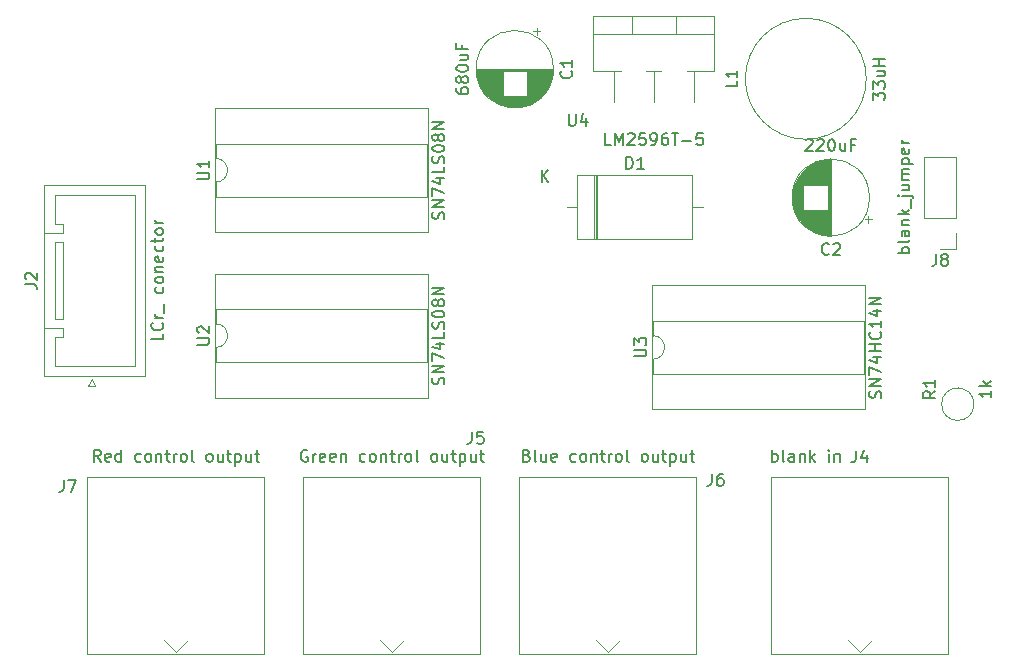
<source format=gbr>
G04 #@! TF.GenerationSoftware,KiCad,Pcbnew,(5.1.10)-1*
G04 #@! TF.CreationDate,2022-03-09T10:24:06+00:00*
G04 #@! TF.ProjectId,Lcr_addon,4c63725f-6164-4646-9f6e-2e6b69636164,rev?*
G04 #@! TF.SameCoordinates,Original*
G04 #@! TF.FileFunction,Legend,Top*
G04 #@! TF.FilePolarity,Positive*
%FSLAX46Y46*%
G04 Gerber Fmt 4.6, Leading zero omitted, Abs format (unit mm)*
G04 Created by KiCad (PCBNEW (5.1.10)-1) date 2022-03-09 10:24:06*
%MOMM*%
%LPD*%
G01*
G04 APERTURE LIST*
%ADD10C,0.120000*%
%ADD11C,0.150000*%
G04 APERTURE END LIST*
D10*
X81148000Y-53436759D02*
X80518000Y-53436759D01*
X80833000Y-53121759D02*
X80833000Y-53751759D01*
X79396000Y-59863000D02*
X78592000Y-59863000D01*
X79627000Y-59823000D02*
X78361000Y-59823000D01*
X79796000Y-59783000D02*
X78192000Y-59783000D01*
X79934000Y-59743000D02*
X78054000Y-59743000D01*
X80053000Y-59703000D02*
X77935000Y-59703000D01*
X80159000Y-59663000D02*
X77829000Y-59663000D01*
X80256000Y-59623000D02*
X77732000Y-59623000D01*
X80344000Y-59583000D02*
X77644000Y-59583000D01*
X80426000Y-59543000D02*
X77562000Y-59543000D01*
X80503000Y-59503000D02*
X77485000Y-59503000D01*
X80575000Y-59463000D02*
X77413000Y-59463000D01*
X80644000Y-59423000D02*
X77344000Y-59423000D01*
X80708000Y-59383000D02*
X77280000Y-59383000D01*
X80770000Y-59343000D02*
X77218000Y-59343000D01*
X80828000Y-59303000D02*
X77160000Y-59303000D01*
X80884000Y-59263000D02*
X77104000Y-59263000D01*
X80938000Y-59223000D02*
X77050000Y-59223000D01*
X80989000Y-59183000D02*
X76999000Y-59183000D01*
X81038000Y-59143000D02*
X76950000Y-59143000D01*
X81086000Y-59103000D02*
X76902000Y-59103000D01*
X81131000Y-59063000D02*
X76857000Y-59063000D01*
X81176000Y-59023000D02*
X76812000Y-59023000D01*
X81218000Y-58983000D02*
X76770000Y-58983000D01*
X81259000Y-58943000D02*
X76729000Y-58943000D01*
X77954000Y-58903000D02*
X76689000Y-58903000D01*
X81299000Y-58903000D02*
X80034000Y-58903000D01*
X77954000Y-58863000D02*
X76651000Y-58863000D01*
X81337000Y-58863000D02*
X80034000Y-58863000D01*
X77954000Y-58823000D02*
X76614000Y-58823000D01*
X81374000Y-58823000D02*
X80034000Y-58823000D01*
X77954000Y-58783000D02*
X76578000Y-58783000D01*
X81410000Y-58783000D02*
X80034000Y-58783000D01*
X77954000Y-58743000D02*
X76544000Y-58743000D01*
X81444000Y-58743000D02*
X80034000Y-58743000D01*
X77954000Y-58703000D02*
X76510000Y-58703000D01*
X81478000Y-58703000D02*
X80034000Y-58703000D01*
X77954000Y-58663000D02*
X76478000Y-58663000D01*
X81510000Y-58663000D02*
X80034000Y-58663000D01*
X77954000Y-58623000D02*
X76446000Y-58623000D01*
X81542000Y-58623000D02*
X80034000Y-58623000D01*
X77954000Y-58583000D02*
X76416000Y-58583000D01*
X81572000Y-58583000D02*
X80034000Y-58583000D01*
X77954000Y-58543000D02*
X76387000Y-58543000D01*
X81601000Y-58543000D02*
X80034000Y-58543000D01*
X77954000Y-58503000D02*
X76358000Y-58503000D01*
X81630000Y-58503000D02*
X80034000Y-58503000D01*
X77954000Y-58463000D02*
X76330000Y-58463000D01*
X81658000Y-58463000D02*
X80034000Y-58463000D01*
X77954000Y-58423000D02*
X76304000Y-58423000D01*
X81684000Y-58423000D02*
X80034000Y-58423000D01*
X77954000Y-58383000D02*
X76278000Y-58383000D01*
X81710000Y-58383000D02*
X80034000Y-58383000D01*
X77954000Y-58343000D02*
X76252000Y-58343000D01*
X81736000Y-58343000D02*
X80034000Y-58343000D01*
X77954000Y-58303000D02*
X76228000Y-58303000D01*
X81760000Y-58303000D02*
X80034000Y-58303000D01*
X77954000Y-58263000D02*
X76204000Y-58263000D01*
X81784000Y-58263000D02*
X80034000Y-58263000D01*
X77954000Y-58223000D02*
X76182000Y-58223000D01*
X81806000Y-58223000D02*
X80034000Y-58223000D01*
X77954000Y-58183000D02*
X76160000Y-58183000D01*
X81828000Y-58183000D02*
X80034000Y-58183000D01*
X77954000Y-58143000D02*
X76138000Y-58143000D01*
X81850000Y-58143000D02*
X80034000Y-58143000D01*
X77954000Y-58103000D02*
X76118000Y-58103000D01*
X81870000Y-58103000D02*
X80034000Y-58103000D01*
X77954000Y-58063000D02*
X76098000Y-58063000D01*
X81890000Y-58063000D02*
X80034000Y-58063000D01*
X77954000Y-58023000D02*
X76078000Y-58023000D01*
X81910000Y-58023000D02*
X80034000Y-58023000D01*
X77954000Y-57983000D02*
X76060000Y-57983000D01*
X81928000Y-57983000D02*
X80034000Y-57983000D01*
X77954000Y-57943000D02*
X76042000Y-57943000D01*
X81946000Y-57943000D02*
X80034000Y-57943000D01*
X77954000Y-57903000D02*
X76024000Y-57903000D01*
X81964000Y-57903000D02*
X80034000Y-57903000D01*
X77954000Y-57863000D02*
X76008000Y-57863000D01*
X81980000Y-57863000D02*
X80034000Y-57863000D01*
X77954000Y-57823000D02*
X75992000Y-57823000D01*
X81996000Y-57823000D02*
X80034000Y-57823000D01*
X77954000Y-57783000D02*
X75976000Y-57783000D01*
X82012000Y-57783000D02*
X80034000Y-57783000D01*
X77954000Y-57743000D02*
X75961000Y-57743000D01*
X82027000Y-57743000D02*
X80034000Y-57743000D01*
X77954000Y-57703000D02*
X75947000Y-57703000D01*
X82041000Y-57703000D02*
X80034000Y-57703000D01*
X77954000Y-57663000D02*
X75933000Y-57663000D01*
X82055000Y-57663000D02*
X80034000Y-57663000D01*
X77954000Y-57623000D02*
X75920000Y-57623000D01*
X82068000Y-57623000D02*
X80034000Y-57623000D01*
X77954000Y-57583000D02*
X75908000Y-57583000D01*
X82080000Y-57583000D02*
X80034000Y-57583000D01*
X77954000Y-57543000D02*
X75896000Y-57543000D01*
X82092000Y-57543000D02*
X80034000Y-57543000D01*
X77954000Y-57503000D02*
X75884000Y-57503000D01*
X82104000Y-57503000D02*
X80034000Y-57503000D01*
X77954000Y-57463000D02*
X75873000Y-57463000D01*
X82115000Y-57463000D02*
X80034000Y-57463000D01*
X77954000Y-57423000D02*
X75863000Y-57423000D01*
X82125000Y-57423000D02*
X80034000Y-57423000D01*
X77954000Y-57383000D02*
X75853000Y-57383000D01*
X82135000Y-57383000D02*
X80034000Y-57383000D01*
X77954000Y-57343000D02*
X75844000Y-57343000D01*
X82144000Y-57343000D02*
X80034000Y-57343000D01*
X77954000Y-57302000D02*
X75835000Y-57302000D01*
X82153000Y-57302000D02*
X80034000Y-57302000D01*
X77954000Y-57262000D02*
X75827000Y-57262000D01*
X82161000Y-57262000D02*
X80034000Y-57262000D01*
X77954000Y-57222000D02*
X75819000Y-57222000D01*
X82169000Y-57222000D02*
X80034000Y-57222000D01*
X77954000Y-57182000D02*
X75812000Y-57182000D01*
X82176000Y-57182000D02*
X80034000Y-57182000D01*
X77954000Y-57142000D02*
X75805000Y-57142000D01*
X82183000Y-57142000D02*
X80034000Y-57142000D01*
X77954000Y-57102000D02*
X75799000Y-57102000D01*
X82189000Y-57102000D02*
X80034000Y-57102000D01*
X77954000Y-57062000D02*
X75793000Y-57062000D01*
X82195000Y-57062000D02*
X80034000Y-57062000D01*
X77954000Y-57022000D02*
X75788000Y-57022000D01*
X82200000Y-57022000D02*
X80034000Y-57022000D01*
X77954000Y-56982000D02*
X75783000Y-56982000D01*
X82205000Y-56982000D02*
X80034000Y-56982000D01*
X77954000Y-56942000D02*
X75779000Y-56942000D01*
X82209000Y-56942000D02*
X80034000Y-56942000D01*
X77954000Y-56902000D02*
X75776000Y-56902000D01*
X82212000Y-56902000D02*
X80034000Y-56902000D01*
X77954000Y-56862000D02*
X75772000Y-56862000D01*
X82216000Y-56862000D02*
X80034000Y-56862000D01*
X82218000Y-56822000D02*
X75770000Y-56822000D01*
X82221000Y-56782000D02*
X75767000Y-56782000D01*
X82222000Y-56742000D02*
X75766000Y-56742000D01*
X82224000Y-56702000D02*
X75764000Y-56702000D01*
X82224000Y-56662000D02*
X75764000Y-56662000D01*
X82224000Y-56622000D02*
X75764000Y-56622000D01*
X82264000Y-56622000D02*
G75*
G03*
X82264000Y-56622000I-3270000J0D01*
G01*
X40030000Y-77768000D02*
X40780000Y-77768000D01*
X40780000Y-77768000D02*
X40780000Y-71268000D01*
X40780000Y-71268000D02*
X40030000Y-71268000D01*
X40030000Y-71268000D02*
X40030000Y-77768000D01*
X39170000Y-78518000D02*
X40780000Y-78518000D01*
X40780000Y-78518000D02*
X40780000Y-79268000D01*
X40780000Y-79268000D02*
X40030000Y-79268000D01*
X40030000Y-79268000D02*
X40030000Y-81768000D01*
X40030000Y-81768000D02*
X46830000Y-81768000D01*
X46830000Y-81768000D02*
X46830000Y-74518000D01*
X39170000Y-70518000D02*
X40780000Y-70518000D01*
X40780000Y-70518000D02*
X40780000Y-69768000D01*
X40780000Y-69768000D02*
X40030000Y-69768000D01*
X40030000Y-69768000D02*
X40030000Y-67268000D01*
X40030000Y-67268000D02*
X46830000Y-67268000D01*
X46830000Y-67268000D02*
X46830000Y-74518000D01*
X39170000Y-82628000D02*
X47690000Y-82628000D01*
X47690000Y-82628000D02*
X47690000Y-66408000D01*
X47690000Y-66408000D02*
X39170000Y-66408000D01*
X39170000Y-66408000D02*
X39170000Y-82628000D01*
X43180000Y-82828000D02*
X43480000Y-83428000D01*
X43480000Y-83428000D02*
X42880000Y-83428000D01*
X42880000Y-83428000D02*
X43180000Y-82828000D01*
X85655000Y-52132000D02*
X95896000Y-52132000D01*
X85655000Y-56773000D02*
X88011000Y-56773000D01*
X90141000Y-56773000D02*
X91411000Y-56773000D01*
X93541000Y-56773000D02*
X95896000Y-56773000D01*
X85655000Y-52132000D02*
X85655000Y-56773000D01*
X95896000Y-52132000D02*
X95896000Y-56773000D01*
X85655000Y-53641000D02*
X95896000Y-53641000D01*
X88926000Y-52132000D02*
X88926000Y-53641000D01*
X92626000Y-52132000D02*
X92626000Y-53641000D01*
X87376000Y-56773000D02*
X87376000Y-59403000D01*
X90776000Y-56773000D02*
X90776000Y-59387000D01*
X94176000Y-56773000D02*
X94176000Y-59387000D01*
X109020000Y-67500000D02*
G75*
G03*
X109020000Y-67500000I-3270000J0D01*
G01*
X105750000Y-70730000D02*
X105750000Y-64270000D01*
X105710000Y-70730000D02*
X105710000Y-64270000D01*
X105670000Y-70730000D02*
X105670000Y-64270000D01*
X105630000Y-70728000D02*
X105630000Y-64272000D01*
X105590000Y-70727000D02*
X105590000Y-64273000D01*
X105550000Y-70724000D02*
X105550000Y-64276000D01*
X105510000Y-70722000D02*
X105510000Y-68540000D01*
X105510000Y-66460000D02*
X105510000Y-64278000D01*
X105470000Y-70718000D02*
X105470000Y-68540000D01*
X105470000Y-66460000D02*
X105470000Y-64282000D01*
X105430000Y-70715000D02*
X105430000Y-68540000D01*
X105430000Y-66460000D02*
X105430000Y-64285000D01*
X105390000Y-70711000D02*
X105390000Y-68540000D01*
X105390000Y-66460000D02*
X105390000Y-64289000D01*
X105350000Y-70706000D02*
X105350000Y-68540000D01*
X105350000Y-66460000D02*
X105350000Y-64294000D01*
X105310000Y-70701000D02*
X105310000Y-68540000D01*
X105310000Y-66460000D02*
X105310000Y-64299000D01*
X105270000Y-70695000D02*
X105270000Y-68540000D01*
X105270000Y-66460000D02*
X105270000Y-64305000D01*
X105230000Y-70689000D02*
X105230000Y-68540000D01*
X105230000Y-66460000D02*
X105230000Y-64311000D01*
X105190000Y-70682000D02*
X105190000Y-68540000D01*
X105190000Y-66460000D02*
X105190000Y-64318000D01*
X105150000Y-70675000D02*
X105150000Y-68540000D01*
X105150000Y-66460000D02*
X105150000Y-64325000D01*
X105110000Y-70667000D02*
X105110000Y-68540000D01*
X105110000Y-66460000D02*
X105110000Y-64333000D01*
X105070000Y-70659000D02*
X105070000Y-68540000D01*
X105070000Y-66460000D02*
X105070000Y-64341000D01*
X105029000Y-70650000D02*
X105029000Y-68540000D01*
X105029000Y-66460000D02*
X105029000Y-64350000D01*
X104989000Y-70641000D02*
X104989000Y-68540000D01*
X104989000Y-66460000D02*
X104989000Y-64359000D01*
X104949000Y-70631000D02*
X104949000Y-68540000D01*
X104949000Y-66460000D02*
X104949000Y-64369000D01*
X104909000Y-70621000D02*
X104909000Y-68540000D01*
X104909000Y-66460000D02*
X104909000Y-64379000D01*
X104869000Y-70610000D02*
X104869000Y-68540000D01*
X104869000Y-66460000D02*
X104869000Y-64390000D01*
X104829000Y-70598000D02*
X104829000Y-68540000D01*
X104829000Y-66460000D02*
X104829000Y-64402000D01*
X104789000Y-70586000D02*
X104789000Y-68540000D01*
X104789000Y-66460000D02*
X104789000Y-64414000D01*
X104749000Y-70574000D02*
X104749000Y-68540000D01*
X104749000Y-66460000D02*
X104749000Y-64426000D01*
X104709000Y-70561000D02*
X104709000Y-68540000D01*
X104709000Y-66460000D02*
X104709000Y-64439000D01*
X104669000Y-70547000D02*
X104669000Y-68540000D01*
X104669000Y-66460000D02*
X104669000Y-64453000D01*
X104629000Y-70533000D02*
X104629000Y-68540000D01*
X104629000Y-66460000D02*
X104629000Y-64467000D01*
X104589000Y-70518000D02*
X104589000Y-68540000D01*
X104589000Y-66460000D02*
X104589000Y-64482000D01*
X104549000Y-70502000D02*
X104549000Y-68540000D01*
X104549000Y-66460000D02*
X104549000Y-64498000D01*
X104509000Y-70486000D02*
X104509000Y-68540000D01*
X104509000Y-66460000D02*
X104509000Y-64514000D01*
X104469000Y-70470000D02*
X104469000Y-68540000D01*
X104469000Y-66460000D02*
X104469000Y-64530000D01*
X104429000Y-70452000D02*
X104429000Y-68540000D01*
X104429000Y-66460000D02*
X104429000Y-64548000D01*
X104389000Y-70434000D02*
X104389000Y-68540000D01*
X104389000Y-66460000D02*
X104389000Y-64566000D01*
X104349000Y-70416000D02*
X104349000Y-68540000D01*
X104349000Y-66460000D02*
X104349000Y-64584000D01*
X104309000Y-70396000D02*
X104309000Y-68540000D01*
X104309000Y-66460000D02*
X104309000Y-64604000D01*
X104269000Y-70376000D02*
X104269000Y-68540000D01*
X104269000Y-66460000D02*
X104269000Y-64624000D01*
X104229000Y-70356000D02*
X104229000Y-68540000D01*
X104229000Y-66460000D02*
X104229000Y-64644000D01*
X104189000Y-70334000D02*
X104189000Y-68540000D01*
X104189000Y-66460000D02*
X104189000Y-64666000D01*
X104149000Y-70312000D02*
X104149000Y-68540000D01*
X104149000Y-66460000D02*
X104149000Y-64688000D01*
X104109000Y-70290000D02*
X104109000Y-68540000D01*
X104109000Y-66460000D02*
X104109000Y-64710000D01*
X104069000Y-70266000D02*
X104069000Y-68540000D01*
X104069000Y-66460000D02*
X104069000Y-64734000D01*
X104029000Y-70242000D02*
X104029000Y-68540000D01*
X104029000Y-66460000D02*
X104029000Y-64758000D01*
X103989000Y-70216000D02*
X103989000Y-68540000D01*
X103989000Y-66460000D02*
X103989000Y-64784000D01*
X103949000Y-70190000D02*
X103949000Y-68540000D01*
X103949000Y-66460000D02*
X103949000Y-64810000D01*
X103909000Y-70164000D02*
X103909000Y-68540000D01*
X103909000Y-66460000D02*
X103909000Y-64836000D01*
X103869000Y-70136000D02*
X103869000Y-68540000D01*
X103869000Y-66460000D02*
X103869000Y-64864000D01*
X103829000Y-70107000D02*
X103829000Y-68540000D01*
X103829000Y-66460000D02*
X103829000Y-64893000D01*
X103789000Y-70078000D02*
X103789000Y-68540000D01*
X103789000Y-66460000D02*
X103789000Y-64922000D01*
X103749000Y-70048000D02*
X103749000Y-68540000D01*
X103749000Y-66460000D02*
X103749000Y-64952000D01*
X103709000Y-70016000D02*
X103709000Y-68540000D01*
X103709000Y-66460000D02*
X103709000Y-64984000D01*
X103669000Y-69984000D02*
X103669000Y-68540000D01*
X103669000Y-66460000D02*
X103669000Y-65016000D01*
X103629000Y-69950000D02*
X103629000Y-68540000D01*
X103629000Y-66460000D02*
X103629000Y-65050000D01*
X103589000Y-69916000D02*
X103589000Y-68540000D01*
X103589000Y-66460000D02*
X103589000Y-65084000D01*
X103549000Y-69880000D02*
X103549000Y-68540000D01*
X103549000Y-66460000D02*
X103549000Y-65120000D01*
X103509000Y-69843000D02*
X103509000Y-68540000D01*
X103509000Y-66460000D02*
X103509000Y-65157000D01*
X103469000Y-69805000D02*
X103469000Y-68540000D01*
X103469000Y-66460000D02*
X103469000Y-65195000D01*
X103429000Y-69765000D02*
X103429000Y-65235000D01*
X103389000Y-69724000D02*
X103389000Y-65276000D01*
X103349000Y-69682000D02*
X103349000Y-65318000D01*
X103309000Y-69637000D02*
X103309000Y-65363000D01*
X103269000Y-69592000D02*
X103269000Y-65408000D01*
X103229000Y-69544000D02*
X103229000Y-65456000D01*
X103189000Y-69495000D02*
X103189000Y-65505000D01*
X103149000Y-69444000D02*
X103149000Y-65556000D01*
X103109000Y-69390000D02*
X103109000Y-65610000D01*
X103069000Y-69334000D02*
X103069000Y-65666000D01*
X103029000Y-69276000D02*
X103029000Y-65724000D01*
X102989000Y-69214000D02*
X102989000Y-65786000D01*
X102949000Y-69150000D02*
X102949000Y-65850000D01*
X102909000Y-69081000D02*
X102909000Y-65919000D01*
X102869000Y-69009000D02*
X102869000Y-65991000D01*
X102829000Y-68932000D02*
X102829000Y-66068000D01*
X102789000Y-68850000D02*
X102789000Y-66150000D01*
X102749000Y-68762000D02*
X102749000Y-66238000D01*
X102709000Y-68665000D02*
X102709000Y-66335000D01*
X102669000Y-68559000D02*
X102669000Y-66441000D01*
X102629000Y-68440000D02*
X102629000Y-66560000D01*
X102589000Y-68302000D02*
X102589000Y-66698000D01*
X102549000Y-68133000D02*
X102549000Y-66867000D01*
X102509000Y-67902000D02*
X102509000Y-67098000D01*
X109250241Y-69339000D02*
X108620241Y-69339000D01*
X108935241Y-69654000D02*
X108935241Y-69024000D01*
X84284000Y-65606000D02*
X84284000Y-71046000D01*
X84284000Y-71046000D02*
X94024000Y-71046000D01*
X94024000Y-71046000D02*
X94024000Y-65606000D01*
X94024000Y-65606000D02*
X84284000Y-65606000D01*
X83374000Y-68326000D02*
X84284000Y-68326000D01*
X94934000Y-68326000D02*
X94024000Y-68326000D01*
X85829000Y-65606000D02*
X85829000Y-71046000D01*
X85949000Y-65606000D02*
X85949000Y-71046000D01*
X85709000Y-65606000D02*
X85709000Y-71046000D01*
X108204000Y-105972000D02*
X107204000Y-104972000D01*
X108204000Y-105972000D02*
X109204000Y-104972000D01*
X115704000Y-91172000D02*
X115704000Y-106172000D01*
X100704000Y-91172000D02*
X115704000Y-91172000D01*
X100704000Y-106172000D02*
X100704000Y-91172000D01*
X115704000Y-106172000D02*
X100704000Y-106172000D01*
X68580000Y-105972000D02*
X67580000Y-104972000D01*
X68580000Y-105972000D02*
X69580000Y-104972000D01*
X76080000Y-91172000D02*
X76080000Y-106172000D01*
X61080000Y-91172000D02*
X76080000Y-91172000D01*
X61080000Y-106172000D02*
X61080000Y-91172000D01*
X76080000Y-106172000D02*
X61080000Y-106172000D01*
X94368000Y-106172000D02*
X79368000Y-106172000D01*
X79368000Y-106172000D02*
X79368000Y-91172000D01*
X79368000Y-91172000D02*
X94368000Y-91172000D01*
X94368000Y-91172000D02*
X94368000Y-106172000D01*
X86868000Y-105972000D02*
X87868000Y-104972000D01*
X86868000Y-105972000D02*
X85868000Y-104972000D01*
X57792000Y-106172000D02*
X42792000Y-106172000D01*
X42792000Y-106172000D02*
X42792000Y-91172000D01*
X42792000Y-91172000D02*
X57792000Y-91172000D01*
X57792000Y-91172000D02*
X57792000Y-106172000D01*
X50292000Y-105972000D02*
X51292000Y-104972000D01*
X50292000Y-105972000D02*
X49292000Y-104972000D01*
X108752000Y-57444000D02*
G75*
G03*
X108752000Y-57444000I-5120000J0D01*
G01*
X116330000Y-64090000D02*
X113670000Y-64090000D01*
X116330000Y-69230000D02*
X116330000Y-64090000D01*
X113670000Y-69230000D02*
X113670000Y-64090000D01*
X116330000Y-69230000D02*
X113670000Y-69230000D01*
X116330000Y-70500000D02*
X116330000Y-71830000D01*
X116330000Y-71830000D02*
X115000000Y-71830000D01*
X117870000Y-85000000D02*
G75*
G03*
X117870000Y-85000000I-1370000J0D01*
G01*
X116500000Y-83630000D02*
X116500000Y-83560000D01*
X53670000Y-66190000D02*
X53670000Y-67440000D01*
X53670000Y-67440000D02*
X71570000Y-67440000D01*
X71570000Y-67440000D02*
X71570000Y-62940000D01*
X71570000Y-62940000D02*
X53670000Y-62940000D01*
X53670000Y-62940000D02*
X53670000Y-64190000D01*
X53610000Y-70440000D02*
X71630000Y-70440000D01*
X71630000Y-70440000D02*
X71630000Y-59940000D01*
X71630000Y-59940000D02*
X53610000Y-59940000D01*
X53610000Y-59940000D02*
X53610000Y-70440000D01*
X53670000Y-64190000D02*
G75*
G02*
X53670000Y-66190000I0J-1000000D01*
G01*
X53610000Y-73940000D02*
X53610000Y-84440000D01*
X71630000Y-73940000D02*
X53610000Y-73940000D01*
X71630000Y-84440000D02*
X71630000Y-73940000D01*
X53610000Y-84440000D02*
X71630000Y-84440000D01*
X53670000Y-76940000D02*
X53670000Y-78190000D01*
X71570000Y-76940000D02*
X53670000Y-76940000D01*
X71570000Y-81440000D02*
X71570000Y-76940000D01*
X53670000Y-81440000D02*
X71570000Y-81440000D01*
X53670000Y-80190000D02*
X53670000Y-81440000D01*
X53670000Y-78190000D02*
G75*
G02*
X53670000Y-80190000I0J-1000000D01*
G01*
X90670000Y-81190000D02*
X90670000Y-82440000D01*
X90670000Y-82440000D02*
X108570000Y-82440000D01*
X108570000Y-82440000D02*
X108570000Y-77940000D01*
X108570000Y-77940000D02*
X90670000Y-77940000D01*
X90670000Y-77940000D02*
X90670000Y-79190000D01*
X90610000Y-85440000D02*
X108630000Y-85440000D01*
X108630000Y-85440000D02*
X108630000Y-74940000D01*
X108630000Y-74940000D02*
X90610000Y-74940000D01*
X90610000Y-74940000D02*
X90610000Y-85440000D01*
X90670000Y-79190000D02*
G75*
G02*
X90670000Y-81190000I0J-1000000D01*
G01*
D11*
X83751142Y-56788666D02*
X83798761Y-56836285D01*
X83846380Y-56979142D01*
X83846380Y-57074380D01*
X83798761Y-57217238D01*
X83703523Y-57312476D01*
X83608285Y-57360095D01*
X83417809Y-57407714D01*
X83274952Y-57407714D01*
X83084476Y-57360095D01*
X82989238Y-57312476D01*
X82894000Y-57217238D01*
X82846380Y-57074380D01*
X82846380Y-56979142D01*
X82894000Y-56836285D01*
X82941619Y-56788666D01*
X83846380Y-55836285D02*
X83846380Y-56407714D01*
X83846380Y-56122000D02*
X82846380Y-56122000D01*
X82989238Y-56217238D01*
X83084476Y-56312476D01*
X83132095Y-56407714D01*
X74046380Y-58264857D02*
X74046380Y-58455333D01*
X74094000Y-58550571D01*
X74141619Y-58598190D01*
X74284476Y-58693428D01*
X74474952Y-58741047D01*
X74855904Y-58741047D01*
X74951142Y-58693428D01*
X74998761Y-58645809D01*
X75046380Y-58550571D01*
X75046380Y-58360095D01*
X74998761Y-58264857D01*
X74951142Y-58217238D01*
X74855904Y-58169619D01*
X74617809Y-58169619D01*
X74522571Y-58217238D01*
X74474952Y-58264857D01*
X74427333Y-58360095D01*
X74427333Y-58550571D01*
X74474952Y-58645809D01*
X74522571Y-58693428D01*
X74617809Y-58741047D01*
X74474952Y-57598190D02*
X74427333Y-57693428D01*
X74379714Y-57741047D01*
X74284476Y-57788666D01*
X74236857Y-57788666D01*
X74141619Y-57741047D01*
X74094000Y-57693428D01*
X74046380Y-57598190D01*
X74046380Y-57407714D01*
X74094000Y-57312476D01*
X74141619Y-57264857D01*
X74236857Y-57217238D01*
X74284476Y-57217238D01*
X74379714Y-57264857D01*
X74427333Y-57312476D01*
X74474952Y-57407714D01*
X74474952Y-57598190D01*
X74522571Y-57693428D01*
X74570190Y-57741047D01*
X74665428Y-57788666D01*
X74855904Y-57788666D01*
X74951142Y-57741047D01*
X74998761Y-57693428D01*
X75046380Y-57598190D01*
X75046380Y-57407714D01*
X74998761Y-57312476D01*
X74951142Y-57264857D01*
X74855904Y-57217238D01*
X74665428Y-57217238D01*
X74570190Y-57264857D01*
X74522571Y-57312476D01*
X74474952Y-57407714D01*
X74046380Y-56598190D02*
X74046380Y-56502952D01*
X74094000Y-56407714D01*
X74141619Y-56360095D01*
X74236857Y-56312476D01*
X74427333Y-56264857D01*
X74665428Y-56264857D01*
X74855904Y-56312476D01*
X74951142Y-56360095D01*
X74998761Y-56407714D01*
X75046380Y-56502952D01*
X75046380Y-56598190D01*
X74998761Y-56693428D01*
X74951142Y-56741047D01*
X74855904Y-56788666D01*
X74665428Y-56836285D01*
X74427333Y-56836285D01*
X74236857Y-56788666D01*
X74141619Y-56741047D01*
X74094000Y-56693428D01*
X74046380Y-56598190D01*
X74379714Y-55407714D02*
X75046380Y-55407714D01*
X74379714Y-55836285D02*
X74903523Y-55836285D01*
X74998761Y-55788666D01*
X75046380Y-55693428D01*
X75046380Y-55550571D01*
X74998761Y-55455333D01*
X74951142Y-55407714D01*
X74522571Y-54598190D02*
X74522571Y-54931523D01*
X75046380Y-54931523D02*
X74046380Y-54931523D01*
X74046380Y-54455333D01*
X37532380Y-74851333D02*
X38246666Y-74851333D01*
X38389523Y-74898952D01*
X38484761Y-74994190D01*
X38532380Y-75137047D01*
X38532380Y-75232285D01*
X37627619Y-74422761D02*
X37580000Y-74375142D01*
X37532380Y-74279904D01*
X37532380Y-74041809D01*
X37580000Y-73946571D01*
X37627619Y-73898952D01*
X37722857Y-73851333D01*
X37818095Y-73851333D01*
X37960952Y-73898952D01*
X38532380Y-74470380D01*
X38532380Y-73851333D01*
X49232380Y-79018000D02*
X49232380Y-79494190D01*
X48232380Y-79494190D01*
X49137142Y-78113238D02*
X49184761Y-78160857D01*
X49232380Y-78303714D01*
X49232380Y-78398952D01*
X49184761Y-78541809D01*
X49089523Y-78637047D01*
X48994285Y-78684666D01*
X48803809Y-78732285D01*
X48660952Y-78732285D01*
X48470476Y-78684666D01*
X48375238Y-78637047D01*
X48280000Y-78541809D01*
X48232380Y-78398952D01*
X48232380Y-78303714D01*
X48280000Y-78160857D01*
X48327619Y-78113238D01*
X49232380Y-77684666D02*
X48565714Y-77684666D01*
X48756190Y-77684666D02*
X48660952Y-77637047D01*
X48613333Y-77589428D01*
X48565714Y-77494190D01*
X48565714Y-77398952D01*
X49327619Y-77303714D02*
X49327619Y-76541809D01*
X49184761Y-75113238D02*
X49232380Y-75208476D01*
X49232380Y-75398952D01*
X49184761Y-75494190D01*
X49137142Y-75541809D01*
X49041904Y-75589428D01*
X48756190Y-75589428D01*
X48660952Y-75541809D01*
X48613333Y-75494190D01*
X48565714Y-75398952D01*
X48565714Y-75208476D01*
X48613333Y-75113238D01*
X49232380Y-74541809D02*
X49184761Y-74637047D01*
X49137142Y-74684666D01*
X49041904Y-74732285D01*
X48756190Y-74732285D01*
X48660952Y-74684666D01*
X48613333Y-74637047D01*
X48565714Y-74541809D01*
X48565714Y-74398952D01*
X48613333Y-74303714D01*
X48660952Y-74256095D01*
X48756190Y-74208476D01*
X49041904Y-74208476D01*
X49137142Y-74256095D01*
X49184761Y-74303714D01*
X49232380Y-74398952D01*
X49232380Y-74541809D01*
X48565714Y-73779904D02*
X49232380Y-73779904D01*
X48660952Y-73779904D02*
X48613333Y-73732285D01*
X48565714Y-73637047D01*
X48565714Y-73494190D01*
X48613333Y-73398952D01*
X48708571Y-73351333D01*
X49232380Y-73351333D01*
X49184761Y-72494190D02*
X49232380Y-72589428D01*
X49232380Y-72779904D01*
X49184761Y-72875142D01*
X49089523Y-72922761D01*
X48708571Y-72922761D01*
X48613333Y-72875142D01*
X48565714Y-72779904D01*
X48565714Y-72589428D01*
X48613333Y-72494190D01*
X48708571Y-72446571D01*
X48803809Y-72446571D01*
X48899047Y-72922761D01*
X49184761Y-71589428D02*
X49232380Y-71684666D01*
X49232380Y-71875142D01*
X49184761Y-71970380D01*
X49137142Y-72018000D01*
X49041904Y-72065619D01*
X48756190Y-72065619D01*
X48660952Y-72018000D01*
X48613333Y-71970380D01*
X48565714Y-71875142D01*
X48565714Y-71684666D01*
X48613333Y-71589428D01*
X48565714Y-71303714D02*
X48565714Y-70922761D01*
X48232380Y-71160857D02*
X49089523Y-71160857D01*
X49184761Y-71113238D01*
X49232380Y-71018000D01*
X49232380Y-70922761D01*
X49232380Y-70446571D02*
X49184761Y-70541809D01*
X49137142Y-70589428D01*
X49041904Y-70637047D01*
X48756190Y-70637047D01*
X48660952Y-70589428D01*
X48613333Y-70541809D01*
X48565714Y-70446571D01*
X48565714Y-70303714D01*
X48613333Y-70208476D01*
X48660952Y-70160857D01*
X48756190Y-70113238D01*
X49041904Y-70113238D01*
X49137142Y-70160857D01*
X49184761Y-70208476D01*
X49232380Y-70303714D01*
X49232380Y-70446571D01*
X49232380Y-69684666D02*
X48565714Y-69684666D01*
X48756190Y-69684666D02*
X48660952Y-69637047D01*
X48613333Y-69589428D01*
X48565714Y-69494190D01*
X48565714Y-69398952D01*
X83566095Y-60412380D02*
X83566095Y-61221904D01*
X83613714Y-61317142D01*
X83661333Y-61364761D01*
X83756571Y-61412380D01*
X83947047Y-61412380D01*
X84042285Y-61364761D01*
X84089904Y-61317142D01*
X84137523Y-61221904D01*
X84137523Y-60412380D01*
X85042285Y-60745714D02*
X85042285Y-61412380D01*
X84804190Y-60364761D02*
X84566095Y-61079047D01*
X85185142Y-61079047D01*
X87133142Y-63054380D02*
X86656952Y-63054380D01*
X86656952Y-62054380D01*
X87466476Y-63054380D02*
X87466476Y-62054380D01*
X87799809Y-62768666D01*
X88133142Y-62054380D01*
X88133142Y-63054380D01*
X88561714Y-62149619D02*
X88609333Y-62102000D01*
X88704571Y-62054380D01*
X88942666Y-62054380D01*
X89037904Y-62102000D01*
X89085523Y-62149619D01*
X89133142Y-62244857D01*
X89133142Y-62340095D01*
X89085523Y-62482952D01*
X88514095Y-63054380D01*
X89133142Y-63054380D01*
X90037904Y-62054380D02*
X89561714Y-62054380D01*
X89514095Y-62530571D01*
X89561714Y-62482952D01*
X89656952Y-62435333D01*
X89895047Y-62435333D01*
X89990285Y-62482952D01*
X90037904Y-62530571D01*
X90085523Y-62625809D01*
X90085523Y-62863904D01*
X90037904Y-62959142D01*
X89990285Y-63006761D01*
X89895047Y-63054380D01*
X89656952Y-63054380D01*
X89561714Y-63006761D01*
X89514095Y-62959142D01*
X90561714Y-63054380D02*
X90752190Y-63054380D01*
X90847428Y-63006761D01*
X90895047Y-62959142D01*
X90990285Y-62816285D01*
X91037904Y-62625809D01*
X91037904Y-62244857D01*
X90990285Y-62149619D01*
X90942666Y-62102000D01*
X90847428Y-62054380D01*
X90656952Y-62054380D01*
X90561714Y-62102000D01*
X90514095Y-62149619D01*
X90466476Y-62244857D01*
X90466476Y-62482952D01*
X90514095Y-62578190D01*
X90561714Y-62625809D01*
X90656952Y-62673428D01*
X90847428Y-62673428D01*
X90942666Y-62625809D01*
X90990285Y-62578190D01*
X91037904Y-62482952D01*
X91895047Y-62054380D02*
X91704571Y-62054380D01*
X91609333Y-62102000D01*
X91561714Y-62149619D01*
X91466476Y-62292476D01*
X91418857Y-62482952D01*
X91418857Y-62863904D01*
X91466476Y-62959142D01*
X91514095Y-63006761D01*
X91609333Y-63054380D01*
X91799809Y-63054380D01*
X91895047Y-63006761D01*
X91942666Y-62959142D01*
X91990285Y-62863904D01*
X91990285Y-62625809D01*
X91942666Y-62530571D01*
X91895047Y-62482952D01*
X91799809Y-62435333D01*
X91609333Y-62435333D01*
X91514095Y-62482952D01*
X91466476Y-62530571D01*
X91418857Y-62625809D01*
X92276000Y-62054380D02*
X92847428Y-62054380D01*
X92561714Y-63054380D02*
X92561714Y-62054380D01*
X93180761Y-62673428D02*
X93942666Y-62673428D01*
X94895047Y-62054380D02*
X94418857Y-62054380D01*
X94371238Y-62530571D01*
X94418857Y-62482952D01*
X94514095Y-62435333D01*
X94752190Y-62435333D01*
X94847428Y-62482952D01*
X94895047Y-62530571D01*
X94942666Y-62625809D01*
X94942666Y-62863904D01*
X94895047Y-62959142D01*
X94847428Y-63006761D01*
X94752190Y-63054380D01*
X94514095Y-63054380D01*
X94418857Y-63006761D01*
X94371238Y-62959142D01*
X105583333Y-72257142D02*
X105535714Y-72304761D01*
X105392857Y-72352380D01*
X105297619Y-72352380D01*
X105154761Y-72304761D01*
X105059523Y-72209523D01*
X105011904Y-72114285D01*
X104964285Y-71923809D01*
X104964285Y-71780952D01*
X105011904Y-71590476D01*
X105059523Y-71495238D01*
X105154761Y-71400000D01*
X105297619Y-71352380D01*
X105392857Y-71352380D01*
X105535714Y-71400000D01*
X105583333Y-71447619D01*
X105964285Y-71447619D02*
X106011904Y-71400000D01*
X106107142Y-71352380D01*
X106345238Y-71352380D01*
X106440476Y-71400000D01*
X106488095Y-71447619D01*
X106535714Y-71542857D01*
X106535714Y-71638095D01*
X106488095Y-71780952D01*
X105916666Y-72352380D01*
X106535714Y-72352380D01*
X103630952Y-62647619D02*
X103678571Y-62600000D01*
X103773809Y-62552380D01*
X104011904Y-62552380D01*
X104107142Y-62600000D01*
X104154761Y-62647619D01*
X104202380Y-62742857D01*
X104202380Y-62838095D01*
X104154761Y-62980952D01*
X103583333Y-63552380D01*
X104202380Y-63552380D01*
X104583333Y-62647619D02*
X104630952Y-62600000D01*
X104726190Y-62552380D01*
X104964285Y-62552380D01*
X105059523Y-62600000D01*
X105107142Y-62647619D01*
X105154761Y-62742857D01*
X105154761Y-62838095D01*
X105107142Y-62980952D01*
X104535714Y-63552380D01*
X105154761Y-63552380D01*
X105773809Y-62552380D02*
X105869047Y-62552380D01*
X105964285Y-62600000D01*
X106011904Y-62647619D01*
X106059523Y-62742857D01*
X106107142Y-62933333D01*
X106107142Y-63171428D01*
X106059523Y-63361904D01*
X106011904Y-63457142D01*
X105964285Y-63504761D01*
X105869047Y-63552380D01*
X105773809Y-63552380D01*
X105678571Y-63504761D01*
X105630952Y-63457142D01*
X105583333Y-63361904D01*
X105535714Y-63171428D01*
X105535714Y-62933333D01*
X105583333Y-62742857D01*
X105630952Y-62647619D01*
X105678571Y-62600000D01*
X105773809Y-62552380D01*
X106964285Y-62885714D02*
X106964285Y-63552380D01*
X106535714Y-62885714D02*
X106535714Y-63409523D01*
X106583333Y-63504761D01*
X106678571Y-63552380D01*
X106821428Y-63552380D01*
X106916666Y-63504761D01*
X106964285Y-63457142D01*
X107773809Y-63028571D02*
X107440476Y-63028571D01*
X107440476Y-63552380D02*
X107440476Y-62552380D01*
X107916666Y-62552380D01*
X88415904Y-65058380D02*
X88415904Y-64058380D01*
X88654000Y-64058380D01*
X88796857Y-64106000D01*
X88892095Y-64201238D01*
X88939714Y-64296476D01*
X88987333Y-64486952D01*
X88987333Y-64629809D01*
X88939714Y-64820285D01*
X88892095Y-64915523D01*
X88796857Y-65010761D01*
X88654000Y-65058380D01*
X88415904Y-65058380D01*
X89939714Y-65058380D02*
X89368285Y-65058380D01*
X89654000Y-65058380D02*
X89654000Y-64058380D01*
X89558761Y-64201238D01*
X89463523Y-64296476D01*
X89368285Y-64344095D01*
X81272095Y-66178380D02*
X81272095Y-65178380D01*
X81843523Y-66178380D02*
X81414952Y-65606952D01*
X81843523Y-65178380D02*
X81272095Y-65749809D01*
X107870666Y-88924380D02*
X107870666Y-89638666D01*
X107823047Y-89781523D01*
X107727809Y-89876761D01*
X107584952Y-89924380D01*
X107489714Y-89924380D01*
X108775428Y-89257714D02*
X108775428Y-89924380D01*
X108537333Y-88876761D02*
X108299238Y-89591047D01*
X108918285Y-89591047D01*
X100774857Y-89860380D02*
X100774857Y-88860380D01*
X100774857Y-89241333D02*
X100870095Y-89193714D01*
X101060571Y-89193714D01*
X101155809Y-89241333D01*
X101203428Y-89288952D01*
X101251047Y-89384190D01*
X101251047Y-89669904D01*
X101203428Y-89765142D01*
X101155809Y-89812761D01*
X101060571Y-89860380D01*
X100870095Y-89860380D01*
X100774857Y-89812761D01*
X101822476Y-89860380D02*
X101727238Y-89812761D01*
X101679619Y-89717523D01*
X101679619Y-88860380D01*
X102632000Y-89860380D02*
X102632000Y-89336571D01*
X102584380Y-89241333D01*
X102489142Y-89193714D01*
X102298666Y-89193714D01*
X102203428Y-89241333D01*
X102632000Y-89812761D02*
X102536761Y-89860380D01*
X102298666Y-89860380D01*
X102203428Y-89812761D01*
X102155809Y-89717523D01*
X102155809Y-89622285D01*
X102203428Y-89527047D01*
X102298666Y-89479428D01*
X102536761Y-89479428D01*
X102632000Y-89431809D01*
X103108190Y-89193714D02*
X103108190Y-89860380D01*
X103108190Y-89288952D02*
X103155809Y-89241333D01*
X103251047Y-89193714D01*
X103393904Y-89193714D01*
X103489142Y-89241333D01*
X103536761Y-89336571D01*
X103536761Y-89860380D01*
X104012952Y-89860380D02*
X104012952Y-88860380D01*
X104108190Y-89479428D02*
X104393904Y-89860380D01*
X104393904Y-89193714D02*
X104012952Y-89574666D01*
X105584380Y-89860380D02*
X105584380Y-89193714D01*
X105584380Y-88860380D02*
X105536761Y-88908000D01*
X105584380Y-88955619D01*
X105632000Y-88908000D01*
X105584380Y-88860380D01*
X105584380Y-88955619D01*
X106060571Y-89193714D02*
X106060571Y-89860380D01*
X106060571Y-89288952D02*
X106108190Y-89241333D01*
X106203428Y-89193714D01*
X106346285Y-89193714D01*
X106441523Y-89241333D01*
X106489142Y-89336571D01*
X106489142Y-89860380D01*
X75358666Y-87336380D02*
X75358666Y-88050666D01*
X75311047Y-88193523D01*
X75215809Y-88288761D01*
X75072952Y-88336380D01*
X74977714Y-88336380D01*
X76311047Y-87336380D02*
X75834857Y-87336380D01*
X75787238Y-87812571D01*
X75834857Y-87764952D01*
X75930095Y-87717333D01*
X76168190Y-87717333D01*
X76263428Y-87764952D01*
X76311047Y-87812571D01*
X76358666Y-87907809D01*
X76358666Y-88145904D01*
X76311047Y-88241142D01*
X76263428Y-88288761D01*
X76168190Y-88336380D01*
X75930095Y-88336380D01*
X75834857Y-88288761D01*
X75787238Y-88241142D01*
X61437142Y-88908000D02*
X61341904Y-88860380D01*
X61199047Y-88860380D01*
X61056190Y-88908000D01*
X60960952Y-89003238D01*
X60913333Y-89098476D01*
X60865714Y-89288952D01*
X60865714Y-89431809D01*
X60913333Y-89622285D01*
X60960952Y-89717523D01*
X61056190Y-89812761D01*
X61199047Y-89860380D01*
X61294285Y-89860380D01*
X61437142Y-89812761D01*
X61484761Y-89765142D01*
X61484761Y-89431809D01*
X61294285Y-89431809D01*
X61913333Y-89860380D02*
X61913333Y-89193714D01*
X61913333Y-89384190D02*
X61960952Y-89288952D01*
X62008571Y-89241333D01*
X62103809Y-89193714D01*
X62199047Y-89193714D01*
X62913333Y-89812761D02*
X62818095Y-89860380D01*
X62627619Y-89860380D01*
X62532380Y-89812761D01*
X62484761Y-89717523D01*
X62484761Y-89336571D01*
X62532380Y-89241333D01*
X62627619Y-89193714D01*
X62818095Y-89193714D01*
X62913333Y-89241333D01*
X62960952Y-89336571D01*
X62960952Y-89431809D01*
X62484761Y-89527047D01*
X63770476Y-89812761D02*
X63675238Y-89860380D01*
X63484761Y-89860380D01*
X63389523Y-89812761D01*
X63341904Y-89717523D01*
X63341904Y-89336571D01*
X63389523Y-89241333D01*
X63484761Y-89193714D01*
X63675238Y-89193714D01*
X63770476Y-89241333D01*
X63818095Y-89336571D01*
X63818095Y-89431809D01*
X63341904Y-89527047D01*
X64246666Y-89193714D02*
X64246666Y-89860380D01*
X64246666Y-89288952D02*
X64294285Y-89241333D01*
X64389523Y-89193714D01*
X64532380Y-89193714D01*
X64627619Y-89241333D01*
X64675238Y-89336571D01*
X64675238Y-89860380D01*
X66341904Y-89812761D02*
X66246666Y-89860380D01*
X66056190Y-89860380D01*
X65960952Y-89812761D01*
X65913333Y-89765142D01*
X65865714Y-89669904D01*
X65865714Y-89384190D01*
X65913333Y-89288952D01*
X65960952Y-89241333D01*
X66056190Y-89193714D01*
X66246666Y-89193714D01*
X66341904Y-89241333D01*
X66913333Y-89860380D02*
X66818095Y-89812761D01*
X66770476Y-89765142D01*
X66722857Y-89669904D01*
X66722857Y-89384190D01*
X66770476Y-89288952D01*
X66818095Y-89241333D01*
X66913333Y-89193714D01*
X67056190Y-89193714D01*
X67151428Y-89241333D01*
X67199047Y-89288952D01*
X67246666Y-89384190D01*
X67246666Y-89669904D01*
X67199047Y-89765142D01*
X67151428Y-89812761D01*
X67056190Y-89860380D01*
X66913333Y-89860380D01*
X67675238Y-89193714D02*
X67675238Y-89860380D01*
X67675238Y-89288952D02*
X67722857Y-89241333D01*
X67818095Y-89193714D01*
X67960952Y-89193714D01*
X68056190Y-89241333D01*
X68103809Y-89336571D01*
X68103809Y-89860380D01*
X68437142Y-89193714D02*
X68818095Y-89193714D01*
X68580000Y-88860380D02*
X68580000Y-89717523D01*
X68627619Y-89812761D01*
X68722857Y-89860380D01*
X68818095Y-89860380D01*
X69151428Y-89860380D02*
X69151428Y-89193714D01*
X69151428Y-89384190D02*
X69199047Y-89288952D01*
X69246666Y-89241333D01*
X69341904Y-89193714D01*
X69437142Y-89193714D01*
X69913333Y-89860380D02*
X69818095Y-89812761D01*
X69770476Y-89765142D01*
X69722857Y-89669904D01*
X69722857Y-89384190D01*
X69770476Y-89288952D01*
X69818095Y-89241333D01*
X69913333Y-89193714D01*
X70056190Y-89193714D01*
X70151428Y-89241333D01*
X70199047Y-89288952D01*
X70246666Y-89384190D01*
X70246666Y-89669904D01*
X70199047Y-89765142D01*
X70151428Y-89812761D01*
X70056190Y-89860380D01*
X69913333Y-89860380D01*
X70818095Y-89860380D02*
X70722857Y-89812761D01*
X70675238Y-89717523D01*
X70675238Y-88860380D01*
X72103809Y-89860380D02*
X72008571Y-89812761D01*
X71960952Y-89765142D01*
X71913333Y-89669904D01*
X71913333Y-89384190D01*
X71960952Y-89288952D01*
X72008571Y-89241333D01*
X72103809Y-89193714D01*
X72246666Y-89193714D01*
X72341904Y-89241333D01*
X72389523Y-89288952D01*
X72437142Y-89384190D01*
X72437142Y-89669904D01*
X72389523Y-89765142D01*
X72341904Y-89812761D01*
X72246666Y-89860380D01*
X72103809Y-89860380D01*
X73294285Y-89193714D02*
X73294285Y-89860380D01*
X72865714Y-89193714D02*
X72865714Y-89717523D01*
X72913333Y-89812761D01*
X73008571Y-89860380D01*
X73151428Y-89860380D01*
X73246666Y-89812761D01*
X73294285Y-89765142D01*
X73627619Y-89193714D02*
X74008571Y-89193714D01*
X73770476Y-88860380D02*
X73770476Y-89717523D01*
X73818095Y-89812761D01*
X73913333Y-89860380D01*
X74008571Y-89860380D01*
X74341904Y-89193714D02*
X74341904Y-90193714D01*
X74341904Y-89241333D02*
X74437142Y-89193714D01*
X74627619Y-89193714D01*
X74722857Y-89241333D01*
X74770476Y-89288952D01*
X74818095Y-89384190D01*
X74818095Y-89669904D01*
X74770476Y-89765142D01*
X74722857Y-89812761D01*
X74627619Y-89860380D01*
X74437142Y-89860380D01*
X74341904Y-89812761D01*
X75675238Y-89193714D02*
X75675238Y-89860380D01*
X75246666Y-89193714D02*
X75246666Y-89717523D01*
X75294285Y-89812761D01*
X75389523Y-89860380D01*
X75532380Y-89860380D01*
X75627619Y-89812761D01*
X75675238Y-89765142D01*
X76008571Y-89193714D02*
X76389523Y-89193714D01*
X76151428Y-88860380D02*
X76151428Y-89717523D01*
X76199047Y-89812761D01*
X76294285Y-89860380D01*
X76389523Y-89860380D01*
X95678666Y-90892380D02*
X95678666Y-91606666D01*
X95631047Y-91749523D01*
X95535809Y-91844761D01*
X95392952Y-91892380D01*
X95297714Y-91892380D01*
X96583428Y-90892380D02*
X96392952Y-90892380D01*
X96297714Y-90940000D01*
X96250095Y-90987619D01*
X96154857Y-91130476D01*
X96107238Y-91320952D01*
X96107238Y-91701904D01*
X96154857Y-91797142D01*
X96202476Y-91844761D01*
X96297714Y-91892380D01*
X96488190Y-91892380D01*
X96583428Y-91844761D01*
X96631047Y-91797142D01*
X96678666Y-91701904D01*
X96678666Y-91463809D01*
X96631047Y-91368571D01*
X96583428Y-91320952D01*
X96488190Y-91273333D01*
X96297714Y-91273333D01*
X96202476Y-91320952D01*
X96154857Y-91368571D01*
X96107238Y-91463809D01*
X80010857Y-89336571D02*
X80153714Y-89384190D01*
X80201333Y-89431809D01*
X80248952Y-89527047D01*
X80248952Y-89669904D01*
X80201333Y-89765142D01*
X80153714Y-89812761D01*
X80058476Y-89860380D01*
X79677523Y-89860380D01*
X79677523Y-88860380D01*
X80010857Y-88860380D01*
X80106095Y-88908000D01*
X80153714Y-88955619D01*
X80201333Y-89050857D01*
X80201333Y-89146095D01*
X80153714Y-89241333D01*
X80106095Y-89288952D01*
X80010857Y-89336571D01*
X79677523Y-89336571D01*
X80820380Y-89860380D02*
X80725142Y-89812761D01*
X80677523Y-89717523D01*
X80677523Y-88860380D01*
X81629904Y-89193714D02*
X81629904Y-89860380D01*
X81201333Y-89193714D02*
X81201333Y-89717523D01*
X81248952Y-89812761D01*
X81344190Y-89860380D01*
X81487047Y-89860380D01*
X81582285Y-89812761D01*
X81629904Y-89765142D01*
X82487047Y-89812761D02*
X82391809Y-89860380D01*
X82201333Y-89860380D01*
X82106095Y-89812761D01*
X82058476Y-89717523D01*
X82058476Y-89336571D01*
X82106095Y-89241333D01*
X82201333Y-89193714D01*
X82391809Y-89193714D01*
X82487047Y-89241333D01*
X82534666Y-89336571D01*
X82534666Y-89431809D01*
X82058476Y-89527047D01*
X84153714Y-89812761D02*
X84058476Y-89860380D01*
X83868000Y-89860380D01*
X83772761Y-89812761D01*
X83725142Y-89765142D01*
X83677523Y-89669904D01*
X83677523Y-89384190D01*
X83725142Y-89288952D01*
X83772761Y-89241333D01*
X83868000Y-89193714D01*
X84058476Y-89193714D01*
X84153714Y-89241333D01*
X84725142Y-89860380D02*
X84629904Y-89812761D01*
X84582285Y-89765142D01*
X84534666Y-89669904D01*
X84534666Y-89384190D01*
X84582285Y-89288952D01*
X84629904Y-89241333D01*
X84725142Y-89193714D01*
X84868000Y-89193714D01*
X84963238Y-89241333D01*
X85010857Y-89288952D01*
X85058476Y-89384190D01*
X85058476Y-89669904D01*
X85010857Y-89765142D01*
X84963238Y-89812761D01*
X84868000Y-89860380D01*
X84725142Y-89860380D01*
X85487047Y-89193714D02*
X85487047Y-89860380D01*
X85487047Y-89288952D02*
X85534666Y-89241333D01*
X85629904Y-89193714D01*
X85772761Y-89193714D01*
X85868000Y-89241333D01*
X85915619Y-89336571D01*
X85915619Y-89860380D01*
X86248952Y-89193714D02*
X86629904Y-89193714D01*
X86391809Y-88860380D02*
X86391809Y-89717523D01*
X86439428Y-89812761D01*
X86534666Y-89860380D01*
X86629904Y-89860380D01*
X86963238Y-89860380D02*
X86963238Y-89193714D01*
X86963238Y-89384190D02*
X87010857Y-89288952D01*
X87058476Y-89241333D01*
X87153714Y-89193714D01*
X87248952Y-89193714D01*
X87725142Y-89860380D02*
X87629904Y-89812761D01*
X87582285Y-89765142D01*
X87534666Y-89669904D01*
X87534666Y-89384190D01*
X87582285Y-89288952D01*
X87629904Y-89241333D01*
X87725142Y-89193714D01*
X87868000Y-89193714D01*
X87963238Y-89241333D01*
X88010857Y-89288952D01*
X88058476Y-89384190D01*
X88058476Y-89669904D01*
X88010857Y-89765142D01*
X87963238Y-89812761D01*
X87868000Y-89860380D01*
X87725142Y-89860380D01*
X88629904Y-89860380D02*
X88534666Y-89812761D01*
X88487047Y-89717523D01*
X88487047Y-88860380D01*
X89915619Y-89860380D02*
X89820380Y-89812761D01*
X89772761Y-89765142D01*
X89725142Y-89669904D01*
X89725142Y-89384190D01*
X89772761Y-89288952D01*
X89820380Y-89241333D01*
X89915619Y-89193714D01*
X90058476Y-89193714D01*
X90153714Y-89241333D01*
X90201333Y-89288952D01*
X90248952Y-89384190D01*
X90248952Y-89669904D01*
X90201333Y-89765142D01*
X90153714Y-89812761D01*
X90058476Y-89860380D01*
X89915619Y-89860380D01*
X91106095Y-89193714D02*
X91106095Y-89860380D01*
X90677523Y-89193714D02*
X90677523Y-89717523D01*
X90725142Y-89812761D01*
X90820380Y-89860380D01*
X90963238Y-89860380D01*
X91058476Y-89812761D01*
X91106095Y-89765142D01*
X91439428Y-89193714D02*
X91820380Y-89193714D01*
X91582285Y-88860380D02*
X91582285Y-89717523D01*
X91629904Y-89812761D01*
X91725142Y-89860380D01*
X91820380Y-89860380D01*
X92153714Y-89193714D02*
X92153714Y-90193714D01*
X92153714Y-89241333D02*
X92248952Y-89193714D01*
X92439428Y-89193714D01*
X92534666Y-89241333D01*
X92582285Y-89288952D01*
X92629904Y-89384190D01*
X92629904Y-89669904D01*
X92582285Y-89765142D01*
X92534666Y-89812761D01*
X92439428Y-89860380D01*
X92248952Y-89860380D01*
X92153714Y-89812761D01*
X93487047Y-89193714D02*
X93487047Y-89860380D01*
X93058476Y-89193714D02*
X93058476Y-89717523D01*
X93106095Y-89812761D01*
X93201333Y-89860380D01*
X93344190Y-89860380D01*
X93439428Y-89812761D01*
X93487047Y-89765142D01*
X93820380Y-89193714D02*
X94201333Y-89193714D01*
X93963238Y-88860380D02*
X93963238Y-89717523D01*
X94010857Y-89812761D01*
X94106095Y-89860380D01*
X94201333Y-89860380D01*
X40814666Y-91400380D02*
X40814666Y-92114666D01*
X40767047Y-92257523D01*
X40671809Y-92352761D01*
X40528952Y-92400380D01*
X40433714Y-92400380D01*
X41195619Y-91400380D02*
X41862285Y-91400380D01*
X41433714Y-92400380D01*
X43934857Y-89860380D02*
X43601523Y-89384190D01*
X43363428Y-89860380D02*
X43363428Y-88860380D01*
X43744380Y-88860380D01*
X43839619Y-88908000D01*
X43887238Y-88955619D01*
X43934857Y-89050857D01*
X43934857Y-89193714D01*
X43887238Y-89288952D01*
X43839619Y-89336571D01*
X43744380Y-89384190D01*
X43363428Y-89384190D01*
X44744380Y-89812761D02*
X44649142Y-89860380D01*
X44458666Y-89860380D01*
X44363428Y-89812761D01*
X44315809Y-89717523D01*
X44315809Y-89336571D01*
X44363428Y-89241333D01*
X44458666Y-89193714D01*
X44649142Y-89193714D01*
X44744380Y-89241333D01*
X44792000Y-89336571D01*
X44792000Y-89431809D01*
X44315809Y-89527047D01*
X45649142Y-89860380D02*
X45649142Y-88860380D01*
X45649142Y-89812761D02*
X45553904Y-89860380D01*
X45363428Y-89860380D01*
X45268190Y-89812761D01*
X45220571Y-89765142D01*
X45172952Y-89669904D01*
X45172952Y-89384190D01*
X45220571Y-89288952D01*
X45268190Y-89241333D01*
X45363428Y-89193714D01*
X45553904Y-89193714D01*
X45649142Y-89241333D01*
X47315809Y-89812761D02*
X47220571Y-89860380D01*
X47030095Y-89860380D01*
X46934857Y-89812761D01*
X46887238Y-89765142D01*
X46839619Y-89669904D01*
X46839619Y-89384190D01*
X46887238Y-89288952D01*
X46934857Y-89241333D01*
X47030095Y-89193714D01*
X47220571Y-89193714D01*
X47315809Y-89241333D01*
X47887238Y-89860380D02*
X47792000Y-89812761D01*
X47744380Y-89765142D01*
X47696761Y-89669904D01*
X47696761Y-89384190D01*
X47744380Y-89288952D01*
X47792000Y-89241333D01*
X47887238Y-89193714D01*
X48030095Y-89193714D01*
X48125333Y-89241333D01*
X48172952Y-89288952D01*
X48220571Y-89384190D01*
X48220571Y-89669904D01*
X48172952Y-89765142D01*
X48125333Y-89812761D01*
X48030095Y-89860380D01*
X47887238Y-89860380D01*
X48649142Y-89193714D02*
X48649142Y-89860380D01*
X48649142Y-89288952D02*
X48696761Y-89241333D01*
X48792000Y-89193714D01*
X48934857Y-89193714D01*
X49030095Y-89241333D01*
X49077714Y-89336571D01*
X49077714Y-89860380D01*
X49411047Y-89193714D02*
X49792000Y-89193714D01*
X49553904Y-88860380D02*
X49553904Y-89717523D01*
X49601523Y-89812761D01*
X49696761Y-89860380D01*
X49792000Y-89860380D01*
X50125333Y-89860380D02*
X50125333Y-89193714D01*
X50125333Y-89384190D02*
X50172952Y-89288952D01*
X50220571Y-89241333D01*
X50315809Y-89193714D01*
X50411047Y-89193714D01*
X50887238Y-89860380D02*
X50792000Y-89812761D01*
X50744380Y-89765142D01*
X50696761Y-89669904D01*
X50696761Y-89384190D01*
X50744380Y-89288952D01*
X50792000Y-89241333D01*
X50887238Y-89193714D01*
X51030095Y-89193714D01*
X51125333Y-89241333D01*
X51172952Y-89288952D01*
X51220571Y-89384190D01*
X51220571Y-89669904D01*
X51172952Y-89765142D01*
X51125333Y-89812761D01*
X51030095Y-89860380D01*
X50887238Y-89860380D01*
X51792000Y-89860380D02*
X51696761Y-89812761D01*
X51649142Y-89717523D01*
X51649142Y-88860380D01*
X53077714Y-89860380D02*
X52982476Y-89812761D01*
X52934857Y-89765142D01*
X52887238Y-89669904D01*
X52887238Y-89384190D01*
X52934857Y-89288952D01*
X52982476Y-89241333D01*
X53077714Y-89193714D01*
X53220571Y-89193714D01*
X53315809Y-89241333D01*
X53363428Y-89288952D01*
X53411047Y-89384190D01*
X53411047Y-89669904D01*
X53363428Y-89765142D01*
X53315809Y-89812761D01*
X53220571Y-89860380D01*
X53077714Y-89860380D01*
X54268190Y-89193714D02*
X54268190Y-89860380D01*
X53839619Y-89193714D02*
X53839619Y-89717523D01*
X53887238Y-89812761D01*
X53982476Y-89860380D01*
X54125333Y-89860380D01*
X54220571Y-89812761D01*
X54268190Y-89765142D01*
X54601523Y-89193714D02*
X54982476Y-89193714D01*
X54744380Y-88860380D02*
X54744380Y-89717523D01*
X54792000Y-89812761D01*
X54887238Y-89860380D01*
X54982476Y-89860380D01*
X55315809Y-89193714D02*
X55315809Y-90193714D01*
X55315809Y-89241333D02*
X55411047Y-89193714D01*
X55601523Y-89193714D01*
X55696761Y-89241333D01*
X55744380Y-89288952D01*
X55792000Y-89384190D01*
X55792000Y-89669904D01*
X55744380Y-89765142D01*
X55696761Y-89812761D01*
X55601523Y-89860380D01*
X55411047Y-89860380D01*
X55315809Y-89812761D01*
X56649142Y-89193714D02*
X56649142Y-89860380D01*
X56220571Y-89193714D02*
X56220571Y-89717523D01*
X56268190Y-89812761D01*
X56363428Y-89860380D01*
X56506285Y-89860380D01*
X56601523Y-89812761D01*
X56649142Y-89765142D01*
X56982476Y-89193714D02*
X57363428Y-89193714D01*
X57125333Y-88860380D02*
X57125333Y-89717523D01*
X57172952Y-89812761D01*
X57268190Y-89860380D01*
X57363428Y-89860380D01*
X97834380Y-57610666D02*
X97834380Y-58086857D01*
X96834380Y-58086857D01*
X97834380Y-56753523D02*
X97834380Y-57324952D01*
X97834380Y-57039238D02*
X96834380Y-57039238D01*
X96977238Y-57134476D01*
X97072476Y-57229714D01*
X97120095Y-57324952D01*
X109334380Y-59229714D02*
X109334380Y-58610666D01*
X109715333Y-58944000D01*
X109715333Y-58801142D01*
X109762952Y-58705904D01*
X109810571Y-58658285D01*
X109905809Y-58610666D01*
X110143904Y-58610666D01*
X110239142Y-58658285D01*
X110286761Y-58705904D01*
X110334380Y-58801142D01*
X110334380Y-59086857D01*
X110286761Y-59182095D01*
X110239142Y-59229714D01*
X109334380Y-58277333D02*
X109334380Y-57658285D01*
X109715333Y-57991619D01*
X109715333Y-57848761D01*
X109762952Y-57753523D01*
X109810571Y-57705904D01*
X109905809Y-57658285D01*
X110143904Y-57658285D01*
X110239142Y-57705904D01*
X110286761Y-57753523D01*
X110334380Y-57848761D01*
X110334380Y-58134476D01*
X110286761Y-58229714D01*
X110239142Y-58277333D01*
X109667714Y-56801142D02*
X110334380Y-56801142D01*
X109667714Y-57229714D02*
X110191523Y-57229714D01*
X110286761Y-57182095D01*
X110334380Y-57086857D01*
X110334380Y-56944000D01*
X110286761Y-56848761D01*
X110239142Y-56801142D01*
X110334380Y-56324952D02*
X109334380Y-56324952D01*
X109810571Y-56324952D02*
X109810571Y-55753523D01*
X110334380Y-55753523D02*
X109334380Y-55753523D01*
X114666666Y-72282380D02*
X114666666Y-72996666D01*
X114619047Y-73139523D01*
X114523809Y-73234761D01*
X114380952Y-73282380D01*
X114285714Y-73282380D01*
X115285714Y-72710952D02*
X115190476Y-72663333D01*
X115142857Y-72615714D01*
X115095238Y-72520476D01*
X115095238Y-72472857D01*
X115142857Y-72377619D01*
X115190476Y-72330000D01*
X115285714Y-72282380D01*
X115476190Y-72282380D01*
X115571428Y-72330000D01*
X115619047Y-72377619D01*
X115666666Y-72472857D01*
X115666666Y-72520476D01*
X115619047Y-72615714D01*
X115571428Y-72663333D01*
X115476190Y-72710952D01*
X115285714Y-72710952D01*
X115190476Y-72758571D01*
X115142857Y-72806190D01*
X115095238Y-72901428D01*
X115095238Y-73091904D01*
X115142857Y-73187142D01*
X115190476Y-73234761D01*
X115285714Y-73282380D01*
X115476190Y-73282380D01*
X115571428Y-73234761D01*
X115619047Y-73187142D01*
X115666666Y-73091904D01*
X115666666Y-72901428D01*
X115619047Y-72806190D01*
X115571428Y-72758571D01*
X115476190Y-72710952D01*
X112404380Y-72166285D02*
X111404380Y-72166285D01*
X111785333Y-72166285D02*
X111737714Y-72071047D01*
X111737714Y-71880571D01*
X111785333Y-71785333D01*
X111832952Y-71737714D01*
X111928190Y-71690095D01*
X112213904Y-71690095D01*
X112309142Y-71737714D01*
X112356761Y-71785333D01*
X112404380Y-71880571D01*
X112404380Y-72071047D01*
X112356761Y-72166285D01*
X112404380Y-71118666D02*
X112356761Y-71213904D01*
X112261523Y-71261523D01*
X111404380Y-71261523D01*
X112404380Y-70309142D02*
X111880571Y-70309142D01*
X111785333Y-70356761D01*
X111737714Y-70452000D01*
X111737714Y-70642476D01*
X111785333Y-70737714D01*
X112356761Y-70309142D02*
X112404380Y-70404380D01*
X112404380Y-70642476D01*
X112356761Y-70737714D01*
X112261523Y-70785333D01*
X112166285Y-70785333D01*
X112071047Y-70737714D01*
X112023428Y-70642476D01*
X112023428Y-70404380D01*
X111975809Y-70309142D01*
X111737714Y-69832952D02*
X112404380Y-69832952D01*
X111832952Y-69832952D02*
X111785333Y-69785333D01*
X111737714Y-69690095D01*
X111737714Y-69547238D01*
X111785333Y-69452000D01*
X111880571Y-69404380D01*
X112404380Y-69404380D01*
X112404380Y-68928190D02*
X111404380Y-68928190D01*
X112023428Y-68832952D02*
X112404380Y-68547238D01*
X111737714Y-68547238D02*
X112118666Y-68928190D01*
X112499619Y-68356761D02*
X112499619Y-67594857D01*
X111737714Y-67356761D02*
X112594857Y-67356761D01*
X112690095Y-67404380D01*
X112737714Y-67499619D01*
X112737714Y-67547238D01*
X111404380Y-67356761D02*
X111452000Y-67404380D01*
X111499619Y-67356761D01*
X111452000Y-67309142D01*
X111404380Y-67356761D01*
X111499619Y-67356761D01*
X111737714Y-66452000D02*
X112404380Y-66452000D01*
X111737714Y-66880571D02*
X112261523Y-66880571D01*
X112356761Y-66832952D01*
X112404380Y-66737714D01*
X112404380Y-66594857D01*
X112356761Y-66499619D01*
X112309142Y-66452000D01*
X112404380Y-65975809D02*
X111737714Y-65975809D01*
X111832952Y-65975809D02*
X111785333Y-65928190D01*
X111737714Y-65832952D01*
X111737714Y-65690095D01*
X111785333Y-65594857D01*
X111880571Y-65547238D01*
X112404380Y-65547238D01*
X111880571Y-65547238D02*
X111785333Y-65499619D01*
X111737714Y-65404380D01*
X111737714Y-65261523D01*
X111785333Y-65166285D01*
X111880571Y-65118666D01*
X112404380Y-65118666D01*
X111737714Y-64642476D02*
X112737714Y-64642476D01*
X111785333Y-64642476D02*
X111737714Y-64547238D01*
X111737714Y-64356761D01*
X111785333Y-64261523D01*
X111832952Y-64213904D01*
X111928190Y-64166285D01*
X112213904Y-64166285D01*
X112309142Y-64213904D01*
X112356761Y-64261523D01*
X112404380Y-64356761D01*
X112404380Y-64547238D01*
X112356761Y-64642476D01*
X112356761Y-63356761D02*
X112404380Y-63452000D01*
X112404380Y-63642476D01*
X112356761Y-63737714D01*
X112261523Y-63785333D01*
X111880571Y-63785333D01*
X111785333Y-63737714D01*
X111737714Y-63642476D01*
X111737714Y-63452000D01*
X111785333Y-63356761D01*
X111880571Y-63309142D01*
X111975809Y-63309142D01*
X112071047Y-63785333D01*
X112404380Y-62880571D02*
X111737714Y-62880571D01*
X111928190Y-62880571D02*
X111832952Y-62832952D01*
X111785333Y-62785333D01*
X111737714Y-62690095D01*
X111737714Y-62594857D01*
X114582380Y-83896666D02*
X114106190Y-84230000D01*
X114582380Y-84468095D02*
X113582380Y-84468095D01*
X113582380Y-84087142D01*
X113630000Y-83991904D01*
X113677619Y-83944285D01*
X113772857Y-83896666D01*
X113915714Y-83896666D01*
X114010952Y-83944285D01*
X114058571Y-83991904D01*
X114106190Y-84087142D01*
X114106190Y-84468095D01*
X114582380Y-82944285D02*
X114582380Y-83515714D01*
X114582380Y-83230000D02*
X113582380Y-83230000D01*
X113725238Y-83325238D01*
X113820476Y-83420476D01*
X113868095Y-83515714D01*
X119322380Y-83849047D02*
X119322380Y-84420476D01*
X119322380Y-84134761D02*
X118322380Y-84134761D01*
X118465238Y-84230000D01*
X118560476Y-84325238D01*
X118608095Y-84420476D01*
X119322380Y-83420476D02*
X118322380Y-83420476D01*
X118941428Y-83325238D02*
X119322380Y-83039523D01*
X118655714Y-83039523D02*
X119036666Y-83420476D01*
X52122380Y-65951904D02*
X52931904Y-65951904D01*
X53027142Y-65904285D01*
X53074761Y-65856666D01*
X53122380Y-65761428D01*
X53122380Y-65570952D01*
X53074761Y-65475714D01*
X53027142Y-65428095D01*
X52931904Y-65380476D01*
X52122380Y-65380476D01*
X53122380Y-64380476D02*
X53122380Y-64951904D01*
X53122380Y-64666190D02*
X52122380Y-64666190D01*
X52265238Y-64761428D01*
X52360476Y-64856666D01*
X52408095Y-64951904D01*
X72974761Y-69309047D02*
X73022380Y-69166190D01*
X73022380Y-68928095D01*
X72974761Y-68832857D01*
X72927142Y-68785238D01*
X72831904Y-68737619D01*
X72736666Y-68737619D01*
X72641428Y-68785238D01*
X72593809Y-68832857D01*
X72546190Y-68928095D01*
X72498571Y-69118571D01*
X72450952Y-69213809D01*
X72403333Y-69261428D01*
X72308095Y-69309047D01*
X72212857Y-69309047D01*
X72117619Y-69261428D01*
X72070000Y-69213809D01*
X72022380Y-69118571D01*
X72022380Y-68880476D01*
X72070000Y-68737619D01*
X73022380Y-68309047D02*
X72022380Y-68309047D01*
X73022380Y-67737619D01*
X72022380Y-67737619D01*
X72022380Y-67356666D02*
X72022380Y-66690000D01*
X73022380Y-67118571D01*
X72355714Y-65880476D02*
X73022380Y-65880476D01*
X71974761Y-66118571D02*
X72689047Y-66356666D01*
X72689047Y-65737619D01*
X73022380Y-64880476D02*
X73022380Y-65356666D01*
X72022380Y-65356666D01*
X72974761Y-64594761D02*
X73022380Y-64451904D01*
X73022380Y-64213809D01*
X72974761Y-64118571D01*
X72927142Y-64070952D01*
X72831904Y-64023333D01*
X72736666Y-64023333D01*
X72641428Y-64070952D01*
X72593809Y-64118571D01*
X72546190Y-64213809D01*
X72498571Y-64404285D01*
X72450952Y-64499523D01*
X72403333Y-64547142D01*
X72308095Y-64594761D01*
X72212857Y-64594761D01*
X72117619Y-64547142D01*
X72070000Y-64499523D01*
X72022380Y-64404285D01*
X72022380Y-64166190D01*
X72070000Y-64023333D01*
X72022380Y-63404285D02*
X72022380Y-63309047D01*
X72070000Y-63213809D01*
X72117619Y-63166190D01*
X72212857Y-63118571D01*
X72403333Y-63070952D01*
X72641428Y-63070952D01*
X72831904Y-63118571D01*
X72927142Y-63166190D01*
X72974761Y-63213809D01*
X73022380Y-63309047D01*
X73022380Y-63404285D01*
X72974761Y-63499523D01*
X72927142Y-63547142D01*
X72831904Y-63594761D01*
X72641428Y-63642380D01*
X72403333Y-63642380D01*
X72212857Y-63594761D01*
X72117619Y-63547142D01*
X72070000Y-63499523D01*
X72022380Y-63404285D01*
X72450952Y-62499523D02*
X72403333Y-62594761D01*
X72355714Y-62642380D01*
X72260476Y-62690000D01*
X72212857Y-62690000D01*
X72117619Y-62642380D01*
X72070000Y-62594761D01*
X72022380Y-62499523D01*
X72022380Y-62309047D01*
X72070000Y-62213809D01*
X72117619Y-62166190D01*
X72212857Y-62118571D01*
X72260476Y-62118571D01*
X72355714Y-62166190D01*
X72403333Y-62213809D01*
X72450952Y-62309047D01*
X72450952Y-62499523D01*
X72498571Y-62594761D01*
X72546190Y-62642380D01*
X72641428Y-62690000D01*
X72831904Y-62690000D01*
X72927142Y-62642380D01*
X72974761Y-62594761D01*
X73022380Y-62499523D01*
X73022380Y-62309047D01*
X72974761Y-62213809D01*
X72927142Y-62166190D01*
X72831904Y-62118571D01*
X72641428Y-62118571D01*
X72546190Y-62166190D01*
X72498571Y-62213809D01*
X72450952Y-62309047D01*
X73022380Y-61690000D02*
X72022380Y-61690000D01*
X73022380Y-61118571D01*
X72022380Y-61118571D01*
X52122380Y-79951904D02*
X52931904Y-79951904D01*
X53027142Y-79904285D01*
X53074761Y-79856666D01*
X53122380Y-79761428D01*
X53122380Y-79570952D01*
X53074761Y-79475714D01*
X53027142Y-79428095D01*
X52931904Y-79380476D01*
X52122380Y-79380476D01*
X52217619Y-78951904D02*
X52170000Y-78904285D01*
X52122380Y-78809047D01*
X52122380Y-78570952D01*
X52170000Y-78475714D01*
X52217619Y-78428095D01*
X52312857Y-78380476D01*
X52408095Y-78380476D01*
X52550952Y-78428095D01*
X53122380Y-78999523D01*
X53122380Y-78380476D01*
X72974761Y-83309047D02*
X73022380Y-83166190D01*
X73022380Y-82928095D01*
X72974761Y-82832857D01*
X72927142Y-82785238D01*
X72831904Y-82737619D01*
X72736666Y-82737619D01*
X72641428Y-82785238D01*
X72593809Y-82832857D01*
X72546190Y-82928095D01*
X72498571Y-83118571D01*
X72450952Y-83213809D01*
X72403333Y-83261428D01*
X72308095Y-83309047D01*
X72212857Y-83309047D01*
X72117619Y-83261428D01*
X72070000Y-83213809D01*
X72022380Y-83118571D01*
X72022380Y-82880476D01*
X72070000Y-82737619D01*
X73022380Y-82309047D02*
X72022380Y-82309047D01*
X73022380Y-81737619D01*
X72022380Y-81737619D01*
X72022380Y-81356666D02*
X72022380Y-80690000D01*
X73022380Y-81118571D01*
X72355714Y-79880476D02*
X73022380Y-79880476D01*
X71974761Y-80118571D02*
X72689047Y-80356666D01*
X72689047Y-79737619D01*
X73022380Y-78880476D02*
X73022380Y-79356666D01*
X72022380Y-79356666D01*
X72974761Y-78594761D02*
X73022380Y-78451904D01*
X73022380Y-78213809D01*
X72974761Y-78118571D01*
X72927142Y-78070952D01*
X72831904Y-78023333D01*
X72736666Y-78023333D01*
X72641428Y-78070952D01*
X72593809Y-78118571D01*
X72546190Y-78213809D01*
X72498571Y-78404285D01*
X72450952Y-78499523D01*
X72403333Y-78547142D01*
X72308095Y-78594761D01*
X72212857Y-78594761D01*
X72117619Y-78547142D01*
X72070000Y-78499523D01*
X72022380Y-78404285D01*
X72022380Y-78166190D01*
X72070000Y-78023333D01*
X72022380Y-77404285D02*
X72022380Y-77309047D01*
X72070000Y-77213809D01*
X72117619Y-77166190D01*
X72212857Y-77118571D01*
X72403333Y-77070952D01*
X72641428Y-77070952D01*
X72831904Y-77118571D01*
X72927142Y-77166190D01*
X72974761Y-77213809D01*
X73022380Y-77309047D01*
X73022380Y-77404285D01*
X72974761Y-77499523D01*
X72927142Y-77547142D01*
X72831904Y-77594761D01*
X72641428Y-77642380D01*
X72403333Y-77642380D01*
X72212857Y-77594761D01*
X72117619Y-77547142D01*
X72070000Y-77499523D01*
X72022380Y-77404285D01*
X72450952Y-76499523D02*
X72403333Y-76594761D01*
X72355714Y-76642380D01*
X72260476Y-76690000D01*
X72212857Y-76690000D01*
X72117619Y-76642380D01*
X72070000Y-76594761D01*
X72022380Y-76499523D01*
X72022380Y-76309047D01*
X72070000Y-76213809D01*
X72117619Y-76166190D01*
X72212857Y-76118571D01*
X72260476Y-76118571D01*
X72355714Y-76166190D01*
X72403333Y-76213809D01*
X72450952Y-76309047D01*
X72450952Y-76499523D01*
X72498571Y-76594761D01*
X72546190Y-76642380D01*
X72641428Y-76690000D01*
X72831904Y-76690000D01*
X72927142Y-76642380D01*
X72974761Y-76594761D01*
X73022380Y-76499523D01*
X73022380Y-76309047D01*
X72974761Y-76213809D01*
X72927142Y-76166190D01*
X72831904Y-76118571D01*
X72641428Y-76118571D01*
X72546190Y-76166190D01*
X72498571Y-76213809D01*
X72450952Y-76309047D01*
X73022380Y-75690000D02*
X72022380Y-75690000D01*
X73022380Y-75118571D01*
X72022380Y-75118571D01*
X89122380Y-80951904D02*
X89931904Y-80951904D01*
X90027142Y-80904285D01*
X90074761Y-80856666D01*
X90122380Y-80761428D01*
X90122380Y-80570952D01*
X90074761Y-80475714D01*
X90027142Y-80428095D01*
X89931904Y-80380476D01*
X89122380Y-80380476D01*
X89122380Y-79999523D02*
X89122380Y-79380476D01*
X89503333Y-79713809D01*
X89503333Y-79570952D01*
X89550952Y-79475714D01*
X89598571Y-79428095D01*
X89693809Y-79380476D01*
X89931904Y-79380476D01*
X90027142Y-79428095D01*
X90074761Y-79475714D01*
X90122380Y-79570952D01*
X90122380Y-79856666D01*
X90074761Y-79951904D01*
X90027142Y-79999523D01*
X109974761Y-84451904D02*
X110022380Y-84309047D01*
X110022380Y-84070952D01*
X109974761Y-83975714D01*
X109927142Y-83928095D01*
X109831904Y-83880476D01*
X109736666Y-83880476D01*
X109641428Y-83928095D01*
X109593809Y-83975714D01*
X109546190Y-84070952D01*
X109498571Y-84261428D01*
X109450952Y-84356666D01*
X109403333Y-84404285D01*
X109308095Y-84451904D01*
X109212857Y-84451904D01*
X109117619Y-84404285D01*
X109070000Y-84356666D01*
X109022380Y-84261428D01*
X109022380Y-84023333D01*
X109070000Y-83880476D01*
X110022380Y-83451904D02*
X109022380Y-83451904D01*
X110022380Y-82880476D01*
X109022380Y-82880476D01*
X109022380Y-82499523D02*
X109022380Y-81832857D01*
X110022380Y-82261428D01*
X109355714Y-81023333D02*
X110022380Y-81023333D01*
X108974761Y-81261428D02*
X109689047Y-81499523D01*
X109689047Y-80880476D01*
X110022380Y-80499523D02*
X109022380Y-80499523D01*
X109498571Y-80499523D02*
X109498571Y-79928095D01*
X110022380Y-79928095D02*
X109022380Y-79928095D01*
X109927142Y-78880476D02*
X109974761Y-78928095D01*
X110022380Y-79070952D01*
X110022380Y-79166190D01*
X109974761Y-79309047D01*
X109879523Y-79404285D01*
X109784285Y-79451904D01*
X109593809Y-79499523D01*
X109450952Y-79499523D01*
X109260476Y-79451904D01*
X109165238Y-79404285D01*
X109070000Y-79309047D01*
X109022380Y-79166190D01*
X109022380Y-79070952D01*
X109070000Y-78928095D01*
X109117619Y-78880476D01*
X110022380Y-77928095D02*
X110022380Y-78499523D01*
X110022380Y-78213809D02*
X109022380Y-78213809D01*
X109165238Y-78309047D01*
X109260476Y-78404285D01*
X109308095Y-78499523D01*
X109355714Y-77070952D02*
X110022380Y-77070952D01*
X108974761Y-77309047D02*
X109689047Y-77547142D01*
X109689047Y-76928095D01*
X110022380Y-76547142D02*
X109022380Y-76547142D01*
X110022380Y-75975714D01*
X109022380Y-75975714D01*
M02*

</source>
